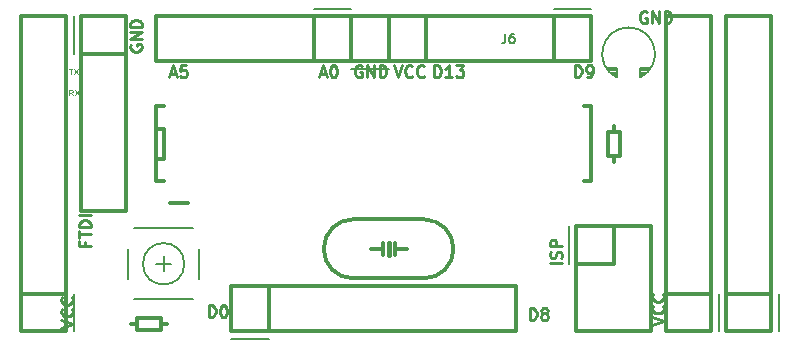
<source format=gbr>
G04 #@! TF.FileFunction,Legend,Top*
%FSLAX46Y46*%
G04 Gerber Fmt 4.6, Leading zero omitted, Abs format (unit mm)*
G04 Created by KiCad (PCBNEW 4.0.6-e0-6349~53~ubuntu16.04.1) date Mon Apr 24 16:30:31 2017*
%MOMM*%
%LPD*%
G01*
G04 APERTURE LIST*
%ADD10C,0.100000*%
%ADD11C,0.250000*%
%ADD12C,0.125000*%
%ADD13C,0.350000*%
%ADD14C,0.150000*%
%ADD15C,0.450000*%
%ADD16C,0.180000*%
G04 APERTURE END LIST*
D10*
D11*
X128024000Y-108457904D02*
X127976381Y-108553142D01*
X127976381Y-108695999D01*
X128024000Y-108838857D01*
X128119238Y-108934095D01*
X128214476Y-108981714D01*
X128404952Y-109029333D01*
X128547810Y-109029333D01*
X128738286Y-108981714D01*
X128833524Y-108934095D01*
X128928762Y-108838857D01*
X128976381Y-108695999D01*
X128976381Y-108600761D01*
X128928762Y-108457904D01*
X128881143Y-108410285D01*
X128547810Y-108410285D01*
X128547810Y-108600761D01*
X128976381Y-107981714D02*
X127976381Y-107981714D01*
X128976381Y-107410285D01*
X127976381Y-107410285D01*
X128976381Y-106934095D02*
X127976381Y-106934095D01*
X127976381Y-106696000D01*
X128024000Y-106553142D01*
X128119238Y-106457904D01*
X128214476Y-106410285D01*
X128404952Y-106362666D01*
X128547810Y-106362666D01*
X128738286Y-106410285D01*
X128833524Y-106457904D01*
X128928762Y-106553142D01*
X128976381Y-106696000D01*
X128976381Y-106934095D01*
X164536381Y-126960190D02*
X163536381Y-126960190D01*
X164488762Y-126531619D02*
X164536381Y-126388762D01*
X164536381Y-126150666D01*
X164488762Y-126055428D01*
X164441143Y-126007809D01*
X164345905Y-125960190D01*
X164250667Y-125960190D01*
X164155429Y-126007809D01*
X164107810Y-126055428D01*
X164060190Y-126150666D01*
X164012571Y-126341143D01*
X163964952Y-126436381D01*
X163917333Y-126484000D01*
X163822095Y-126531619D01*
X163726857Y-126531619D01*
X163631619Y-126484000D01*
X163584000Y-126436381D01*
X163536381Y-126341143D01*
X163536381Y-126103047D01*
X163584000Y-125960190D01*
X164536381Y-125531619D02*
X163536381Y-125531619D01*
X163536381Y-125150666D01*
X163584000Y-125055428D01*
X163631619Y-125007809D01*
X163726857Y-124960190D01*
X163869714Y-124960190D01*
X163964952Y-125007809D01*
X164012571Y-125055428D01*
X164060190Y-125150666D01*
X164060190Y-125531619D01*
X124134571Y-125182190D02*
X124134571Y-125515524D01*
X124658381Y-125515524D02*
X123658381Y-125515524D01*
X123658381Y-125039333D01*
X123658381Y-124801238D02*
X123658381Y-124229809D01*
X124658381Y-124515524D02*
X123658381Y-124515524D01*
X124658381Y-123896476D02*
X123658381Y-123896476D01*
X123658381Y-123658381D01*
X123706000Y-123515523D01*
X123801238Y-123420285D01*
X123896476Y-123372666D01*
X124086952Y-123325047D01*
X124229810Y-123325047D01*
X124420286Y-123372666D01*
X124515524Y-123420285D01*
X124610762Y-123515523D01*
X124658381Y-123658381D01*
X124658381Y-123896476D01*
X124658381Y-122896476D02*
X123658381Y-122896476D01*
X153725714Y-111196381D02*
X153725714Y-110196381D01*
X153963809Y-110196381D01*
X154106667Y-110244000D01*
X154201905Y-110339238D01*
X154249524Y-110434476D01*
X154297143Y-110624952D01*
X154297143Y-110767810D01*
X154249524Y-110958286D01*
X154201905Y-111053524D01*
X154106667Y-111148762D01*
X153963809Y-111196381D01*
X153725714Y-111196381D01*
X155249524Y-111196381D02*
X154678095Y-111196381D01*
X154963809Y-111196381D02*
X154963809Y-110196381D01*
X154868571Y-110339238D01*
X154773333Y-110434476D01*
X154678095Y-110482095D01*
X155582857Y-110196381D02*
X156201905Y-110196381D01*
X155868571Y-110577333D01*
X156011429Y-110577333D01*
X156106667Y-110624952D01*
X156154286Y-110672571D01*
X156201905Y-110767810D01*
X156201905Y-111005905D01*
X156154286Y-111101143D01*
X156106667Y-111148762D01*
X156011429Y-111196381D01*
X155725714Y-111196381D01*
X155630476Y-111148762D01*
X155582857Y-111101143D01*
X165631905Y-111196381D02*
X165631905Y-110196381D01*
X165870000Y-110196381D01*
X166012858Y-110244000D01*
X166108096Y-110339238D01*
X166155715Y-110434476D01*
X166203334Y-110624952D01*
X166203334Y-110767810D01*
X166155715Y-110958286D01*
X166108096Y-111053524D01*
X166012858Y-111148762D01*
X165870000Y-111196381D01*
X165631905Y-111196381D01*
X166679524Y-111196381D02*
X166870000Y-111196381D01*
X166965239Y-111148762D01*
X167012858Y-111101143D01*
X167108096Y-110958286D01*
X167155715Y-110767810D01*
X167155715Y-110386857D01*
X167108096Y-110291619D01*
X167060477Y-110244000D01*
X166965239Y-110196381D01*
X166774762Y-110196381D01*
X166679524Y-110244000D01*
X166631905Y-110291619D01*
X166584286Y-110386857D01*
X166584286Y-110624952D01*
X166631905Y-110720190D01*
X166679524Y-110767810D01*
X166774762Y-110815429D01*
X166965239Y-110815429D01*
X167060477Y-110767810D01*
X167108096Y-110720190D01*
X167155715Y-110624952D01*
D12*
X123106667Y-112748190D02*
X122940000Y-112510095D01*
X122820953Y-112748190D02*
X122820953Y-112248190D01*
X123011429Y-112248190D01*
X123059048Y-112272000D01*
X123082857Y-112295810D01*
X123106667Y-112343429D01*
X123106667Y-112414857D01*
X123082857Y-112462476D01*
X123059048Y-112486286D01*
X123011429Y-112510095D01*
X122820953Y-112510095D01*
X123273334Y-112248190D02*
X123606667Y-112748190D01*
X123606667Y-112248190D02*
X123273334Y-112748190D01*
X122809048Y-110470190D02*
X123094762Y-110470190D01*
X122951905Y-110970190D02*
X122951905Y-110470190D01*
X123213810Y-110470190D02*
X123547143Y-110970190D01*
X123547143Y-110470190D02*
X123213810Y-110970190D01*
D11*
X122134381Y-132397333D02*
X123134381Y-132064000D01*
X122134381Y-131730666D01*
X123039143Y-130825904D02*
X123086762Y-130873523D01*
X123134381Y-131016380D01*
X123134381Y-131111618D01*
X123086762Y-131254476D01*
X122991524Y-131349714D01*
X122896286Y-131397333D01*
X122705810Y-131444952D01*
X122562952Y-131444952D01*
X122372476Y-131397333D01*
X122277238Y-131349714D01*
X122182000Y-131254476D01*
X122134381Y-131111618D01*
X122134381Y-131016380D01*
X122182000Y-130873523D01*
X122229619Y-130825904D01*
X123039143Y-129825904D02*
X123086762Y-129873523D01*
X123134381Y-130016380D01*
X123134381Y-130111618D01*
X123086762Y-130254476D01*
X122991524Y-130349714D01*
X122896286Y-130397333D01*
X122705810Y-130444952D01*
X122562952Y-130444952D01*
X122372476Y-130397333D01*
X122277238Y-130349714D01*
X122182000Y-130254476D01*
X122134381Y-130111618D01*
X122134381Y-130016380D01*
X122182000Y-129873523D01*
X122229619Y-129825904D01*
X172172381Y-132143333D02*
X173172381Y-131810000D01*
X172172381Y-131476666D01*
X173077143Y-130571904D02*
X173124762Y-130619523D01*
X173172381Y-130762380D01*
X173172381Y-130857618D01*
X173124762Y-131000476D01*
X173029524Y-131095714D01*
X172934286Y-131143333D01*
X172743810Y-131190952D01*
X172600952Y-131190952D01*
X172410476Y-131143333D01*
X172315238Y-131095714D01*
X172220000Y-131000476D01*
X172172381Y-130857618D01*
X172172381Y-130762380D01*
X172220000Y-130619523D01*
X172267619Y-130571904D01*
X173077143Y-129571904D02*
X173124762Y-129619523D01*
X173172381Y-129762380D01*
X173172381Y-129857618D01*
X173124762Y-130000476D01*
X173029524Y-130095714D01*
X172934286Y-130143333D01*
X172743810Y-130190952D01*
X172600952Y-130190952D01*
X172410476Y-130143333D01*
X172315238Y-130095714D01*
X172220000Y-130000476D01*
X172172381Y-129857618D01*
X172172381Y-129762380D01*
X172220000Y-129619523D01*
X172267619Y-129571904D01*
X171704096Y-105672000D02*
X171608858Y-105624381D01*
X171466001Y-105624381D01*
X171323143Y-105672000D01*
X171227905Y-105767238D01*
X171180286Y-105862476D01*
X171132667Y-106052952D01*
X171132667Y-106195810D01*
X171180286Y-106386286D01*
X171227905Y-106481524D01*
X171323143Y-106576762D01*
X171466001Y-106624381D01*
X171561239Y-106624381D01*
X171704096Y-106576762D01*
X171751715Y-106529143D01*
X171751715Y-106195810D01*
X171561239Y-106195810D01*
X172180286Y-106624381D02*
X172180286Y-105624381D01*
X172751715Y-106624381D01*
X172751715Y-105624381D01*
X173227905Y-106624381D02*
X173227905Y-105624381D01*
X173466000Y-105624381D01*
X173608858Y-105672000D01*
X173704096Y-105767238D01*
X173751715Y-105862476D01*
X173799334Y-106052952D01*
X173799334Y-106195810D01*
X173751715Y-106386286D01*
X173704096Y-106481524D01*
X173608858Y-106576762D01*
X173466000Y-106624381D01*
X173227905Y-106624381D01*
X147574096Y-110244000D02*
X147478858Y-110196381D01*
X147336001Y-110196381D01*
X147193143Y-110244000D01*
X147097905Y-110339238D01*
X147050286Y-110434476D01*
X147002667Y-110624952D01*
X147002667Y-110767810D01*
X147050286Y-110958286D01*
X147097905Y-111053524D01*
X147193143Y-111148762D01*
X147336001Y-111196381D01*
X147431239Y-111196381D01*
X147574096Y-111148762D01*
X147621715Y-111101143D01*
X147621715Y-110767810D01*
X147431239Y-110767810D01*
X148050286Y-111196381D02*
X148050286Y-110196381D01*
X148621715Y-111196381D01*
X148621715Y-110196381D01*
X149097905Y-111196381D02*
X149097905Y-110196381D01*
X149336000Y-110196381D01*
X149478858Y-110244000D01*
X149574096Y-110339238D01*
X149621715Y-110434476D01*
X149669334Y-110624952D01*
X149669334Y-110767810D01*
X149621715Y-110958286D01*
X149574096Y-111053524D01*
X149478858Y-111148762D01*
X149336000Y-111196381D01*
X149097905Y-111196381D01*
X150304667Y-110196381D02*
X150638000Y-111196381D01*
X150971334Y-110196381D01*
X151876096Y-111101143D02*
X151828477Y-111148762D01*
X151685620Y-111196381D01*
X151590382Y-111196381D01*
X151447524Y-111148762D01*
X151352286Y-111053524D01*
X151304667Y-110958286D01*
X151257048Y-110767810D01*
X151257048Y-110624952D01*
X151304667Y-110434476D01*
X151352286Y-110339238D01*
X151447524Y-110244000D01*
X151590382Y-110196381D01*
X151685620Y-110196381D01*
X151828477Y-110244000D01*
X151876096Y-110291619D01*
X152876096Y-111101143D02*
X152828477Y-111148762D01*
X152685620Y-111196381D01*
X152590382Y-111196381D01*
X152447524Y-111148762D01*
X152352286Y-111053524D01*
X152304667Y-110958286D01*
X152257048Y-110767810D01*
X152257048Y-110624952D01*
X152304667Y-110434476D01*
X152352286Y-110339238D01*
X152447524Y-110244000D01*
X152590382Y-110196381D01*
X152685620Y-110196381D01*
X152828477Y-110244000D01*
X152876096Y-110291619D01*
X144065714Y-110910667D02*
X144541905Y-110910667D01*
X143970476Y-111196381D02*
X144303809Y-110196381D01*
X144637143Y-111196381D01*
X145160952Y-110196381D02*
X145256191Y-110196381D01*
X145351429Y-110244000D01*
X145399048Y-110291619D01*
X145446667Y-110386857D01*
X145494286Y-110577333D01*
X145494286Y-110815429D01*
X145446667Y-111005905D01*
X145399048Y-111101143D01*
X145351429Y-111148762D01*
X145256191Y-111196381D01*
X145160952Y-111196381D01*
X145065714Y-111148762D01*
X145018095Y-111101143D01*
X144970476Y-111005905D01*
X144922857Y-110815429D01*
X144922857Y-110577333D01*
X144970476Y-110386857D01*
X145018095Y-110291619D01*
X145065714Y-110244000D01*
X145160952Y-110196381D01*
X131365714Y-110910667D02*
X131841905Y-110910667D01*
X131270476Y-111196381D02*
X131603809Y-110196381D01*
X131937143Y-111196381D01*
X132746667Y-110196381D02*
X132270476Y-110196381D01*
X132222857Y-110672571D01*
X132270476Y-110624952D01*
X132365714Y-110577333D01*
X132603810Y-110577333D01*
X132699048Y-110624952D01*
X132746667Y-110672571D01*
X132794286Y-110767810D01*
X132794286Y-111005905D01*
X132746667Y-111101143D01*
X132699048Y-111148762D01*
X132603810Y-111196381D01*
X132365714Y-111196381D01*
X132270476Y-111148762D01*
X132222857Y-111101143D01*
X161821905Y-131770381D02*
X161821905Y-130770381D01*
X162060000Y-130770381D01*
X162202858Y-130818000D01*
X162298096Y-130913238D01*
X162345715Y-131008476D01*
X162393334Y-131198952D01*
X162393334Y-131341810D01*
X162345715Y-131532286D01*
X162298096Y-131627524D01*
X162202858Y-131722762D01*
X162060000Y-131770381D01*
X161821905Y-131770381D01*
X162964762Y-131198952D02*
X162869524Y-131151333D01*
X162821905Y-131103714D01*
X162774286Y-131008476D01*
X162774286Y-130960857D01*
X162821905Y-130865619D01*
X162869524Y-130818000D01*
X162964762Y-130770381D01*
X163155239Y-130770381D01*
X163250477Y-130818000D01*
X163298096Y-130865619D01*
X163345715Y-130960857D01*
X163345715Y-131008476D01*
X163298096Y-131103714D01*
X163250477Y-131151333D01*
X163155239Y-131198952D01*
X162964762Y-131198952D01*
X162869524Y-131246571D01*
X162821905Y-131294190D01*
X162774286Y-131389429D01*
X162774286Y-131579905D01*
X162821905Y-131675143D01*
X162869524Y-131722762D01*
X162964762Y-131770381D01*
X163155239Y-131770381D01*
X163250477Y-131722762D01*
X163298096Y-131675143D01*
X163345715Y-131579905D01*
X163345715Y-131389429D01*
X163298096Y-131294190D01*
X163250477Y-131246571D01*
X163155239Y-131198952D01*
X134643905Y-131516381D02*
X134643905Y-130516381D01*
X134882000Y-130516381D01*
X135024858Y-130564000D01*
X135120096Y-130659238D01*
X135167715Y-130754476D01*
X135215334Y-130944952D01*
X135215334Y-131087810D01*
X135167715Y-131278286D01*
X135120096Y-131373524D01*
X135024858Y-131468762D01*
X134882000Y-131516381D01*
X134643905Y-131516381D01*
X135834381Y-130516381D02*
X135929620Y-130516381D01*
X136024858Y-130564000D01*
X136072477Y-130611619D01*
X136120096Y-130706857D01*
X136167715Y-130897333D01*
X136167715Y-131135429D01*
X136120096Y-131325905D01*
X136072477Y-131421143D01*
X136024858Y-131468762D01*
X135929620Y-131516381D01*
X135834381Y-131516381D01*
X135739143Y-131468762D01*
X135691524Y-131421143D01*
X135643905Y-131325905D01*
X135596286Y-131135429D01*
X135596286Y-130897333D01*
X135643905Y-130706857D01*
X135691524Y-130611619D01*
X135739143Y-130564000D01*
X135834381Y-130516381D01*
D13*
X146685000Y-106045000D02*
X153035000Y-106045000D01*
X153035000Y-106045000D02*
X153035000Y-109855000D01*
X153035000Y-109855000D02*
X146685000Y-109855000D01*
X146685000Y-109855000D02*
X146685000Y-106045000D01*
X149860000Y-106045000D02*
X149860000Y-109855000D01*
D14*
X146685000Y-110490000D02*
X149860000Y-110490000D01*
D13*
X178435000Y-132715000D02*
X178435000Y-106045000D01*
X178435000Y-106045000D02*
X182245000Y-106045000D01*
X182245000Y-106045000D02*
X182245000Y-132715000D01*
X182245000Y-132715000D02*
X178435000Y-132715000D01*
X178435000Y-129540000D02*
X182245000Y-129540000D01*
D14*
X182880000Y-132715000D02*
X182880000Y-129540000D01*
D13*
X146685000Y-109855000D02*
X130175000Y-109855000D01*
X130175000Y-109855000D02*
X130175000Y-106045000D01*
X130175000Y-106045000D02*
X146685000Y-106045000D01*
X146685000Y-106045000D02*
X146685000Y-109855000D01*
X143510000Y-109855000D02*
X143510000Y-106045000D01*
D14*
X146685000Y-105410000D02*
X143510000Y-105410000D01*
D13*
X172085000Y-123825000D02*
X172085000Y-132715000D01*
X172085000Y-132715000D02*
X165735000Y-132715000D01*
X165735000Y-132715000D02*
X165735000Y-123825000D01*
X165735000Y-123825000D02*
X172085000Y-123825000D01*
X168910000Y-123825000D02*
X168910000Y-127000000D01*
X168910000Y-127000000D02*
X165735000Y-127000000D01*
D14*
X165100000Y-123825000D02*
X165100000Y-127000000D01*
D13*
X127635000Y-106045000D02*
X127635000Y-122555000D01*
X127635000Y-122555000D02*
X123825000Y-122555000D01*
X123825000Y-122555000D02*
X123825000Y-106045000D01*
X123825000Y-106045000D02*
X127635000Y-106045000D01*
X127635000Y-109220000D02*
X123825000Y-109220000D01*
D14*
X123190000Y-106045000D02*
X123190000Y-109220000D01*
X171180000Y-110620000D02*
X171180000Y-110420000D01*
X171180000Y-110420000D02*
X171980000Y-110420000D01*
X171180000Y-110820000D02*
X171180000Y-110620000D01*
X171180000Y-110620000D02*
X171880000Y-110620000D01*
X171180000Y-111020000D02*
X171180000Y-110820000D01*
X171180000Y-110820000D02*
X171680000Y-110820000D01*
X171180000Y-111220000D02*
X171180000Y-111020000D01*
X171180000Y-111020000D02*
X171480000Y-111020000D01*
X169180000Y-110620000D02*
X169180000Y-110420000D01*
X169180000Y-110420000D02*
X168380000Y-110420000D01*
X169180000Y-110820000D02*
X169180000Y-110620000D01*
X169180000Y-110620000D02*
X168480000Y-110620000D01*
X169180000Y-111020000D02*
X169180000Y-110820000D01*
X169180000Y-110820000D02*
X168680000Y-110820000D01*
X169180000Y-111220000D02*
X169180000Y-111020000D01*
X169180000Y-111020000D02*
X168880000Y-111020000D01*
X171178949Y-111220525D02*
G75*
G03X169180000Y-111220000I-998949J2000525D01*
G01*
D13*
X128524000Y-132080000D02*
X128016000Y-132080000D01*
X131064000Y-132080000D02*
X130556000Y-132080000D01*
X130556000Y-132588000D02*
X130556000Y-131572000D01*
X130556000Y-131572000D02*
X128524000Y-131572000D01*
X128524000Y-131572000D02*
X128524000Y-132588000D01*
X128524000Y-132588000D02*
X130556000Y-132588000D01*
X168910000Y-115824000D02*
X168910000Y-115316000D01*
X168910000Y-118364000D02*
X168910000Y-117856000D01*
X168402000Y-117856000D02*
X169418000Y-117856000D01*
X169418000Y-117856000D02*
X169418000Y-115824000D01*
X169418000Y-115824000D02*
X168402000Y-115824000D01*
X168402000Y-115824000D02*
X168402000Y-117856000D01*
X131340000Y-121840000D02*
X132840000Y-121840000D01*
X166370000Y-120015000D02*
X167005000Y-120015000D01*
X167005000Y-120015000D02*
X167005000Y-113665000D01*
X167005000Y-113665000D02*
X166370000Y-113665000D01*
X130810000Y-118110000D02*
X130175000Y-118110000D01*
X130175000Y-118110000D02*
X130810000Y-118110000D01*
X130810000Y-118110000D02*
X130810000Y-115570000D01*
X130810000Y-115570000D02*
X130175000Y-115570000D01*
X130810000Y-120015000D02*
X130175000Y-120015000D01*
X130175000Y-120015000D02*
X130175000Y-113665000D01*
X130175000Y-113665000D02*
X130810000Y-113665000D01*
X149352000Y-125730000D02*
X148336000Y-125730000D01*
X150368000Y-125730000D02*
X151384000Y-125730000D01*
X150368000Y-125222000D02*
X150368000Y-126238000D01*
X149352000Y-125222000D02*
X149352000Y-126238000D01*
D15*
X149860000Y-125222000D02*
X149860000Y-126238000D01*
D13*
X152859740Y-123230640D02*
X146860260Y-123230640D01*
X146860260Y-128229360D02*
X152859740Y-128229360D01*
X152859740Y-128229360D02*
G75*
G03X155359100Y-125730000I0J2499360D01*
G01*
X155359100Y-125730000D02*
G75*
G03X152859740Y-123230640I-2499360J0D01*
G01*
X144360900Y-125730000D02*
G75*
G03X146860260Y-128229360I2499360J0D01*
G01*
X146860260Y-123230640D02*
G75*
G03X144360900Y-125730000I0J-2499360D01*
G01*
X167005000Y-109855000D02*
X153035000Y-109855000D01*
X153035000Y-109855000D02*
X153035000Y-106045000D01*
X153035000Y-106045000D02*
X167005000Y-106045000D01*
X167005000Y-106045000D02*
X167005000Y-109855000D01*
X163830000Y-109855000D02*
X163830000Y-106045000D01*
D14*
X167005000Y-105410000D02*
X163830000Y-105410000D01*
D13*
X136525000Y-128905000D02*
X160655000Y-128905000D01*
X160655000Y-128905000D02*
X160655000Y-132715000D01*
X160655000Y-132715000D02*
X136525000Y-132715000D01*
X136525000Y-132715000D02*
X136525000Y-128905000D01*
X139700000Y-128905000D02*
X139700000Y-132715000D01*
D14*
X136525000Y-133350000D02*
X139700000Y-133350000D01*
D13*
X118745000Y-132715000D02*
X118745000Y-106045000D01*
X118745000Y-106045000D02*
X122555000Y-106045000D01*
X122555000Y-106045000D02*
X122555000Y-132715000D01*
X122555000Y-132715000D02*
X118745000Y-132715000D01*
X118745000Y-129540000D02*
X122555000Y-129540000D01*
D14*
X123190000Y-132715000D02*
X123190000Y-129540000D01*
D13*
X173355000Y-132715000D02*
X173355000Y-106045000D01*
X173355000Y-106045000D02*
X177165000Y-106045000D01*
X177165000Y-106045000D02*
X177165000Y-132715000D01*
X177165000Y-132715000D02*
X173355000Y-132715000D01*
X173355000Y-129540000D02*
X177165000Y-129540000D01*
D14*
X177800000Y-132715000D02*
X177800000Y-129540000D01*
D16*
X127810000Y-128250000D02*
X127810000Y-125750000D01*
X128310000Y-130000000D02*
X133310000Y-130000000D01*
X128310000Y-124000000D02*
X133310000Y-124000000D01*
X133810000Y-128250000D02*
X133810000Y-125750000D01*
X132560000Y-127000000D02*
G75*
G03X132560000Y-127000000I-1750000J0D01*
G01*
X130175000Y-127000000D02*
X131445000Y-127000000D01*
X130810000Y-126365000D02*
X130810000Y-127635000D01*
D14*
X159753334Y-107511905D02*
X159753334Y-108083333D01*
X159715238Y-108197619D01*
X159639048Y-108273810D01*
X159524762Y-108311905D01*
X159448572Y-108311905D01*
X160477143Y-107511905D02*
X160324762Y-107511905D01*
X160248572Y-107550000D01*
X160210477Y-107588095D01*
X160134286Y-107702381D01*
X160096191Y-107854762D01*
X160096191Y-108159524D01*
X160134286Y-108235714D01*
X160172381Y-108273810D01*
X160248572Y-108311905D01*
X160400953Y-108311905D01*
X160477143Y-108273810D01*
X160515239Y-108235714D01*
X160553334Y-108159524D01*
X160553334Y-107969048D01*
X160515239Y-107892857D01*
X160477143Y-107854762D01*
X160400953Y-107816667D01*
X160248572Y-107816667D01*
X160172381Y-107854762D01*
X160134286Y-107892857D01*
X160096191Y-107969048D01*
M02*

</source>
